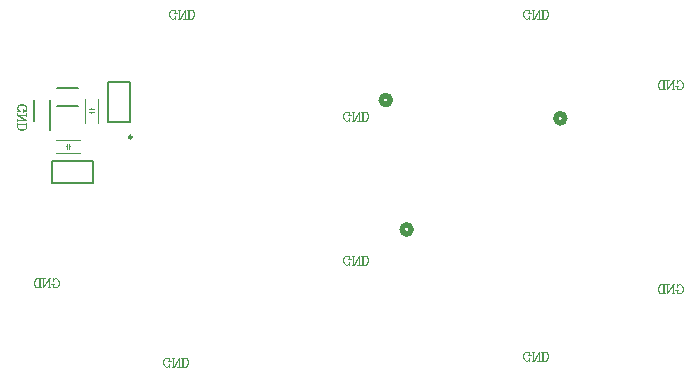
<source format=gbr>
G04*
G04 #@! TF.GenerationSoftware,Altium Limited,Altium Designer,25.8.1 (18)*
G04*
G04 Layer_Color=32896*
%FSLAX44Y44*%
%MOMM*%
G71*
G04*
G04 #@! TF.SameCoordinates,2BA7E10B-6E93-4220-B227-DF091A9E169F*
G04*
G04*
G04 #@! TF.FilePolarity,Positive*
G04*
G01*
G75*
%ADD10C,0.5080*%
%ADD11C,0.2500*%
%ADD12C,0.1524*%
%ADD13C,0.2000*%
%ADD14C,0.1000*%
%ADD15C,0.0800*%
%ADD16C,0.0762*%
D10*
X27157Y73994D02*
G03*
X27157Y73994I-3810J0D01*
G01*
X44819Y-35543D02*
G03*
X44819Y-35543I-3810J0D01*
G01*
X174846Y58532D02*
G03*
X174846Y58532I-3810J0D01*
G01*
D11*
X-191621Y42631D02*
G03*
X-191621Y42631I-1250J0D01*
G01*
D12*
X-238921Y22425D02*
X-224920D01*
Y3426D02*
Y22425D01*
X-258921Y3426D02*
X-224920D01*
X-258921D02*
Y22425D01*
X-238921D01*
X-193275Y55369D02*
Y69370D01*
X-212275Y55369D02*
X-193275D01*
X-212275D02*
Y89370D01*
X-193275D01*
Y69370D02*
Y89370D01*
D13*
X-254791Y68820D02*
X-237290D01*
X-255017Y84440D02*
X-237517D01*
X-274386Y56594D02*
Y74094D01*
X-261386Y48464D02*
Y74094D01*
D14*
X-231569Y54547D02*
Y75297D01*
X-220570Y54797D02*
Y75297D01*
X-256075Y29425D02*
X-235325D01*
X-256075Y40424D02*
X-235574D01*
D15*
X-226069Y63047D02*
Y64047D01*
Y66047D02*
Y67047D01*
X-228069Y66047D02*
X-224069D01*
X-228069Y64047D02*
X-224069D01*
X-244825Y34925D02*
X-243824D01*
X-247824D02*
X-246825D01*
Y32925D02*
Y36925D01*
X-244825Y32925D02*
Y36925D01*
D16*
X270003Y-83130D02*
X269640Y-84219D01*
Y-82042D01*
X270003Y-83130D01*
X270729Y-82405D01*
X271817Y-82042D01*
X272542D01*
X273631Y-82405D01*
X274356Y-83130D01*
X274719Y-83856D01*
X275082Y-84944D01*
Y-86758D01*
X274719Y-87846D01*
X274356Y-88572D01*
X273631Y-89298D01*
X272542Y-89660D01*
X271817D01*
X270729Y-89298D01*
X270003Y-88572D01*
X272542Y-82042D02*
X273268Y-82405D01*
X273994Y-83130D01*
X274356Y-83856D01*
X274719Y-84944D01*
Y-86758D01*
X274356Y-87846D01*
X273994Y-88572D01*
X273268Y-89298D01*
X272542Y-89660D01*
X270003Y-86758D02*
Y-89660D01*
X269640Y-86758D02*
Y-89660D01*
X271091Y-86758D02*
X268552D01*
X266484Y-82042D02*
Y-89660D01*
X266121Y-82042D02*
X261768Y-88935D01*
X266121Y-82768D02*
X261768Y-89660D01*
Y-82042D02*
Y-89660D01*
X267572Y-82042D02*
X266121D01*
X262856D02*
X260680D01*
X267572Y-89660D02*
X265396D01*
X258648Y-82042D02*
Y-89660D01*
X258285Y-82042D02*
Y-89660D01*
X259736Y-82042D02*
X256109D01*
X255020Y-82405D01*
X254295Y-83130D01*
X253932Y-83856D01*
X253569Y-84944D01*
Y-86758D01*
X253932Y-87846D01*
X254295Y-88572D01*
X255020Y-89298D01*
X256109Y-89660D01*
X259736D01*
X256109Y-82042D02*
X255383Y-82405D01*
X254657Y-83130D01*
X254295Y-83856D01*
X253932Y-84944D01*
Y-86758D01*
X254295Y-87846D01*
X254657Y-88572D01*
X255383Y-89298D01*
X256109Y-89660D01*
X270003Y89590D02*
X269640Y88501D01*
Y90678D01*
X270003Y89590D01*
X270729Y90315D01*
X271817Y90678D01*
X272542D01*
X273631Y90315D01*
X274356Y89590D01*
X274719Y88864D01*
X275082Y87776D01*
Y85962D01*
X274719Y84874D01*
X274356Y84148D01*
X273631Y83422D01*
X272542Y83060D01*
X271817D01*
X270729Y83422D01*
X270003Y84148D01*
X272542Y90678D02*
X273268Y90315D01*
X273994Y89590D01*
X274356Y88864D01*
X274719Y87776D01*
Y85962D01*
X274356Y84874D01*
X273994Y84148D01*
X273268Y83422D01*
X272542Y83060D01*
X270003Y85962D02*
Y83060D01*
X269640Y85962D02*
Y83060D01*
X271091Y85962D02*
X268552D01*
X266484Y90678D02*
Y83060D01*
X266121Y90678D02*
X261768Y83785D01*
X266121Y89952D02*
X261768Y83060D01*
Y90678D02*
Y83060D01*
X267572Y90678D02*
X266121D01*
X262856D02*
X260680D01*
X267572Y83060D02*
X265396D01*
X258648Y90678D02*
Y83060D01*
X258285Y90678D02*
Y83060D01*
X259736Y90678D02*
X256109D01*
X255020Y90315D01*
X254295Y89590D01*
X253932Y88864D01*
X253569Y87776D01*
Y85962D01*
X253932Y84874D01*
X254295Y84148D01*
X255020Y83422D01*
X256109Y83060D01*
X259736D01*
X256109Y90678D02*
X255383Y90315D01*
X254657Y89590D01*
X254295Y88864D01*
X253932Y87776D01*
Y85962D01*
X254295Y84874D01*
X254657Y84148D01*
X255383Y83422D01*
X256109Y83060D01*
X144525Y-145470D02*
X144888Y-144381D01*
Y-146558D01*
X144525Y-145470D01*
X143799Y-146195D01*
X142711Y-146558D01*
X141986D01*
X140897Y-146195D01*
X140172Y-145470D01*
X139809Y-144744D01*
X139446Y-143656D01*
Y-141842D01*
X139809Y-140753D01*
X140172Y-140028D01*
X140897Y-139302D01*
X141986Y-138940D01*
X142711D01*
X143799Y-139302D01*
X144525Y-140028D01*
X141986Y-146558D02*
X141260Y-146195D01*
X140534Y-145470D01*
X140172Y-144744D01*
X139809Y-143656D01*
Y-141842D01*
X140172Y-140753D01*
X140534Y-140028D01*
X141260Y-139302D01*
X141986Y-138940D01*
X144525Y-141842D02*
Y-138940D01*
X144888Y-141842D02*
Y-138940D01*
X143437Y-141842D02*
X145976D01*
X148044Y-146558D02*
Y-138940D01*
X148407Y-146558D02*
X152760Y-139665D01*
X148407Y-145832D02*
X152760Y-138940D01*
Y-146558D02*
Y-138940D01*
X146955Y-146558D02*
X148407D01*
X151672D02*
X153848D01*
X146955Y-138940D02*
X149132D01*
X155880Y-146558D02*
Y-138940D01*
X156243Y-146558D02*
Y-138940D01*
X154792Y-146558D02*
X158419D01*
X159508Y-146195D01*
X160233Y-145470D01*
X160596Y-144744D01*
X160959Y-143656D01*
Y-141842D01*
X160596Y-140753D01*
X160233Y-140028D01*
X159508Y-139302D01*
X158419Y-138940D01*
X154792D01*
X158419Y-146558D02*
X159145Y-146195D01*
X159871Y-145470D01*
X160233Y-144744D01*
X160596Y-143656D01*
Y-141842D01*
X160233Y-140753D01*
X159871Y-140028D01*
X159145Y-139302D01*
X158419Y-138940D01*
X144525Y144090D02*
X144888Y145179D01*
Y143002D01*
X144525Y144090D01*
X143799Y143365D01*
X142711Y143002D01*
X141986D01*
X140897Y143365D01*
X140172Y144090D01*
X139809Y144816D01*
X139446Y145904D01*
Y147718D01*
X139809Y148806D01*
X140172Y149532D01*
X140897Y150258D01*
X141986Y150620D01*
X142711D01*
X143799Y150258D01*
X144525Y149532D01*
X141986Y143002D02*
X141260Y143365D01*
X140534Y144090D01*
X140172Y144816D01*
X139809Y145904D01*
Y147718D01*
X140172Y148806D01*
X140534Y149532D01*
X141260Y150258D01*
X141986Y150620D01*
X144525Y147718D02*
Y150620D01*
X144888Y147718D02*
Y150620D01*
X143437Y147718D02*
X145976D01*
X148044Y143002D02*
Y150620D01*
X148407Y143002D02*
X152760Y149895D01*
X148407Y143728D02*
X152760Y150620D01*
Y143002D02*
Y150620D01*
X146955Y143002D02*
X148407D01*
X151672D02*
X153848D01*
X146955Y150620D02*
X149132D01*
X155880Y143002D02*
Y150620D01*
X156243Y143002D02*
Y150620D01*
X154792Y143002D02*
X158419D01*
X159508Y143365D01*
X160233Y144090D01*
X160596Y144816D01*
X160959Y145904D01*
Y147718D01*
X160596Y148806D01*
X160233Y149532D01*
X159508Y150258D01*
X158419Y150620D01*
X154792D01*
X158419Y143002D02*
X159145Y143365D01*
X159871Y144090D01*
X160233Y144816D01*
X160596Y145904D01*
Y147718D01*
X160233Y148806D01*
X159871Y149532D01*
X159145Y150258D01*
X158419Y150620D01*
X-7875Y-64190D02*
X-7512Y-63101D01*
Y-65278D01*
X-7875Y-64190D01*
X-8601Y-64915D01*
X-9689Y-65278D01*
X-10415D01*
X-11503Y-64915D01*
X-12228Y-64190D01*
X-12591Y-63464D01*
X-12954Y-62376D01*
Y-60562D01*
X-12591Y-59474D01*
X-12228Y-58748D01*
X-11503Y-58022D01*
X-10415Y-57660D01*
X-9689D01*
X-8601Y-58022D01*
X-7875Y-58748D01*
X-10415Y-65278D02*
X-11140Y-64915D01*
X-11866Y-64190D01*
X-12228Y-63464D01*
X-12591Y-62376D01*
Y-60562D01*
X-12228Y-59474D01*
X-11866Y-58748D01*
X-11140Y-58022D01*
X-10415Y-57660D01*
X-7875Y-60562D02*
Y-57660D01*
X-7512Y-60562D02*
Y-57660D01*
X-8963Y-60562D02*
X-6424D01*
X-4356Y-65278D02*
Y-57660D01*
X-3993Y-65278D02*
X360Y-58385D01*
X-3993Y-64552D02*
X360Y-57660D01*
Y-65278D02*
Y-57660D01*
X-5444Y-65278D02*
X-3993D01*
X-728D02*
X1448D01*
X-5444Y-57660D02*
X-3268D01*
X3480Y-65278D02*
Y-57660D01*
X3843Y-65278D02*
Y-57660D01*
X2392Y-65278D02*
X6019D01*
X7108Y-64915D01*
X7833Y-64190D01*
X8196Y-63464D01*
X8559Y-62376D01*
Y-60562D01*
X8196Y-59474D01*
X7833Y-58748D01*
X7108Y-58022D01*
X6019Y-57660D01*
X2392D01*
X6019Y-65278D02*
X6745Y-64915D01*
X7470Y-64190D01*
X7833Y-63464D01*
X8196Y-62376D01*
Y-60562D01*
X7833Y-59474D01*
X7470Y-58748D01*
X6745Y-58022D01*
X6019Y-57660D01*
X-7875Y57730D02*
X-7512Y58819D01*
Y56642D01*
X-7875Y57730D01*
X-8601Y57005D01*
X-9689Y56642D01*
X-10415D01*
X-11503Y57005D01*
X-12228Y57730D01*
X-12591Y58456D01*
X-12954Y59544D01*
Y61358D01*
X-12591Y62446D01*
X-12228Y63172D01*
X-11503Y63898D01*
X-10415Y64260D01*
X-9689D01*
X-8601Y63898D01*
X-7875Y63172D01*
X-10415Y56642D02*
X-11140Y57005D01*
X-11866Y57730D01*
X-12228Y58456D01*
X-12591Y59544D01*
Y61358D01*
X-12228Y62446D01*
X-11866Y63172D01*
X-11140Y63898D01*
X-10415Y64260D01*
X-7875Y61358D02*
Y64260D01*
X-7512Y61358D02*
Y64260D01*
X-8963Y61358D02*
X-6424D01*
X-4356Y56642D02*
Y64260D01*
X-3993Y56642D02*
X360Y63535D01*
X-3993Y57368D02*
X360Y64260D01*
Y56642D02*
Y64260D01*
X-5444Y56642D02*
X-3993D01*
X-728D02*
X1448D01*
X-5444Y64260D02*
X-3268D01*
X3480Y56642D02*
Y64260D01*
X3843Y56642D02*
Y64260D01*
X2392Y56642D02*
X6019D01*
X7108Y57005D01*
X7833Y57730D01*
X8196Y58456D01*
X8559Y59544D01*
Y61358D01*
X8196Y62446D01*
X7833Y63172D01*
X7108Y63898D01*
X6019Y64260D01*
X2392D01*
X6019Y56642D02*
X6745Y57005D01*
X7470Y57730D01*
X7833Y58456D01*
X8196Y59544D01*
Y61358D01*
X7833Y62446D01*
X7470Y63172D01*
X6745Y63898D01*
X6019Y64260D01*
X-155195Y144090D02*
X-154832Y145179D01*
Y143002D01*
X-155195Y144090D01*
X-155921Y143365D01*
X-157009Y143002D01*
X-157734D01*
X-158823Y143365D01*
X-159548Y144090D01*
X-159911Y144816D01*
X-160274Y145904D01*
Y147718D01*
X-159911Y148806D01*
X-159548Y149532D01*
X-158823Y150258D01*
X-157734Y150620D01*
X-157009D01*
X-155921Y150258D01*
X-155195Y149532D01*
X-157734Y143002D02*
X-158460Y143365D01*
X-159186Y144090D01*
X-159548Y144816D01*
X-159911Y145904D01*
Y147718D01*
X-159548Y148806D01*
X-159186Y149532D01*
X-158460Y150258D01*
X-157734Y150620D01*
X-155195Y147718D02*
Y150620D01*
X-154832Y147718D02*
Y150620D01*
X-156283Y147718D02*
X-153744D01*
X-151676Y143002D02*
Y150620D01*
X-151313Y143002D02*
X-146960Y149895D01*
X-151313Y143728D02*
X-146960Y150620D01*
Y143002D02*
Y150620D01*
X-152765Y143002D02*
X-151313D01*
X-148048D02*
X-145872D01*
X-152765Y150620D02*
X-150588D01*
X-143840Y143002D02*
Y150620D01*
X-143477Y143002D02*
Y150620D01*
X-144928Y143002D02*
X-141301D01*
X-140212Y143365D01*
X-139487Y144090D01*
X-139124Y144816D01*
X-138761Y145904D01*
Y147718D01*
X-139124Y148806D01*
X-139487Y149532D01*
X-140212Y150258D01*
X-141301Y150620D01*
X-144928D01*
X-141301Y143002D02*
X-140575Y143365D01*
X-139850Y144090D01*
X-139487Y144816D01*
X-139124Y145904D01*
Y147718D01*
X-139487Y148806D01*
X-139850Y149532D01*
X-140575Y150258D01*
X-141301Y150620D01*
X-287710Y65279D02*
X-286621Y64916D01*
X-288798D01*
X-287710Y65279D01*
X-288435Y66005D01*
X-288798Y67093D01*
Y67818D01*
X-288435Y68907D01*
X-287710Y69632D01*
X-286984Y69995D01*
X-285896Y70358D01*
X-284082D01*
X-282994Y69995D01*
X-282268Y69632D01*
X-281542Y68907D01*
X-281180Y67818D01*
Y67093D01*
X-281542Y66005D01*
X-282268Y65279D01*
X-288798Y67818D02*
X-288435Y68544D01*
X-287710Y69270D01*
X-286984Y69632D01*
X-285896Y69995D01*
X-284082D01*
X-282994Y69632D01*
X-282268Y69270D01*
X-281542Y68544D01*
X-281180Y67818D01*
X-284082Y65279D02*
X-281180D01*
X-284082Y64916D02*
X-281180D01*
X-284082Y66367D02*
Y63828D01*
X-288798Y61760D02*
X-281180D01*
X-288798Y61397D02*
X-281905Y57044D01*
X-288072Y61397D02*
X-281180Y57044D01*
X-288798D02*
X-281180D01*
X-288798Y62849D02*
Y61397D01*
Y58132D02*
Y55956D01*
X-281180Y62849D02*
Y60672D01*
X-288798Y53924D02*
X-281180D01*
X-288798Y53561D02*
X-281180D01*
X-288798Y55012D02*
Y51385D01*
X-288435Y50296D01*
X-287710Y49571D01*
X-286984Y49208D01*
X-285896Y48845D01*
X-284082D01*
X-282994Y49208D01*
X-282268Y49571D01*
X-281542Y50296D01*
X-281180Y51385D01*
Y55012D01*
X-288798Y51385D02*
X-288435Y50659D01*
X-287710Y49934D01*
X-286984Y49571D01*
X-285896Y49208D01*
X-284082D01*
X-282994Y49571D01*
X-282268Y49934D01*
X-281542Y50659D01*
X-281180Y51385D01*
X-258317Y-78050D02*
X-258680Y-79139D01*
Y-76962D01*
X-258317Y-78050D01*
X-257591Y-77325D01*
X-256503Y-76962D01*
X-255777D01*
X-254689Y-77325D01*
X-253964Y-78050D01*
X-253601Y-78776D01*
X-253238Y-79864D01*
Y-81678D01*
X-253601Y-82767D01*
X-253964Y-83492D01*
X-254689Y-84218D01*
X-255777Y-84580D01*
X-256503D01*
X-257591Y-84218D01*
X-258317Y-83492D01*
X-255777Y-76962D02*
X-255052Y-77325D01*
X-254326Y-78050D01*
X-253964Y-78776D01*
X-253601Y-79864D01*
Y-81678D01*
X-253964Y-82767D01*
X-254326Y-83492D01*
X-255052Y-84218D01*
X-255777Y-84580D01*
X-258317Y-81678D02*
Y-84580D01*
X-258680Y-81678D02*
Y-84580D01*
X-257229Y-81678D02*
X-259768D01*
X-261836Y-76962D02*
Y-84580D01*
X-262199Y-76962D02*
X-266552Y-83855D01*
X-262199Y-77688D02*
X-266552Y-84580D01*
Y-76962D02*
Y-84580D01*
X-260748Y-76962D02*
X-262199D01*
X-265464D02*
X-267640D01*
X-260748Y-84580D02*
X-262924D01*
X-269672Y-76962D02*
Y-84580D01*
X-270035Y-76962D02*
Y-84580D01*
X-268584Y-76962D02*
X-272211D01*
X-273300Y-77325D01*
X-274025Y-78050D01*
X-274388Y-78776D01*
X-274751Y-79864D01*
Y-81678D01*
X-274388Y-82767D01*
X-274025Y-83492D01*
X-273300Y-84218D01*
X-272211Y-84580D01*
X-268584D01*
X-272211Y-76962D02*
X-272937Y-77325D01*
X-273662Y-78050D01*
X-274025Y-78776D01*
X-274388Y-79864D01*
Y-81678D01*
X-274025Y-82767D01*
X-273662Y-83492D01*
X-272937Y-84218D01*
X-272211Y-84580D01*
X-160275Y-150550D02*
X-159912Y-149461D01*
Y-151638D01*
X-160275Y-150550D01*
X-161001Y-151275D01*
X-162089Y-151638D01*
X-162815D01*
X-163903Y-151275D01*
X-164628Y-150550D01*
X-164991Y-149824D01*
X-165354Y-148736D01*
Y-146922D01*
X-164991Y-145834D01*
X-164628Y-145108D01*
X-163903Y-144382D01*
X-162815Y-144020D01*
X-162089D01*
X-161001Y-144382D01*
X-160275Y-145108D01*
X-162815Y-151638D02*
X-163540Y-151275D01*
X-164266Y-150550D01*
X-164628Y-149824D01*
X-164991Y-148736D01*
Y-146922D01*
X-164628Y-145834D01*
X-164266Y-145108D01*
X-163540Y-144382D01*
X-162815Y-144020D01*
X-160275Y-146922D02*
Y-144020D01*
X-159912Y-146922D02*
Y-144020D01*
X-161363Y-146922D02*
X-158824D01*
X-156756Y-151638D02*
Y-144020D01*
X-156393Y-151638D02*
X-152040Y-144745D01*
X-156393Y-150912D02*
X-152040Y-144020D01*
Y-151638D02*
Y-144020D01*
X-157844Y-151638D02*
X-156393D01*
X-153128D02*
X-150952D01*
X-157844Y-144020D02*
X-155668D01*
X-148920Y-151638D02*
Y-144020D01*
X-148557Y-151638D02*
Y-144020D01*
X-150008Y-151638D02*
X-146381D01*
X-145292Y-151275D01*
X-144567Y-150550D01*
X-144204Y-149824D01*
X-143841Y-148736D01*
Y-146922D01*
X-144204Y-145834D01*
X-144567Y-145108D01*
X-145292Y-144382D01*
X-146381Y-144020D01*
X-150008D01*
X-146381Y-151638D02*
X-145655Y-151275D01*
X-144930Y-150550D01*
X-144567Y-149824D01*
X-144204Y-148736D01*
Y-146922D01*
X-144567Y-145834D01*
X-144930Y-145108D01*
X-145655Y-144382D01*
X-146381Y-144020D01*
M02*

</source>
